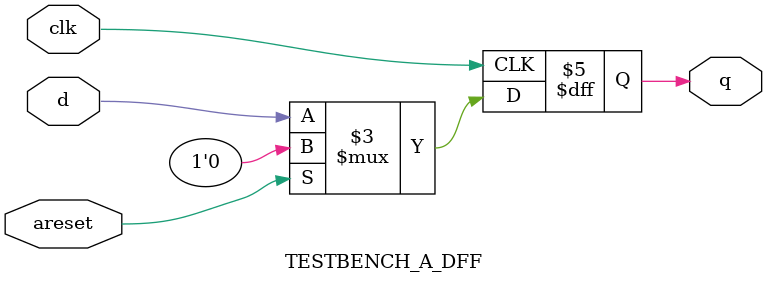
<source format=v>
`timescale 1ns / 1ps


module TESTBENCH_A_DFF(
input clk,d,areset,
output reg q
    );
    
    always @(posedge clk)begin
    if(areset)
    q<=0;
    else
    q<=d;
    end
    
endmodule

</source>
